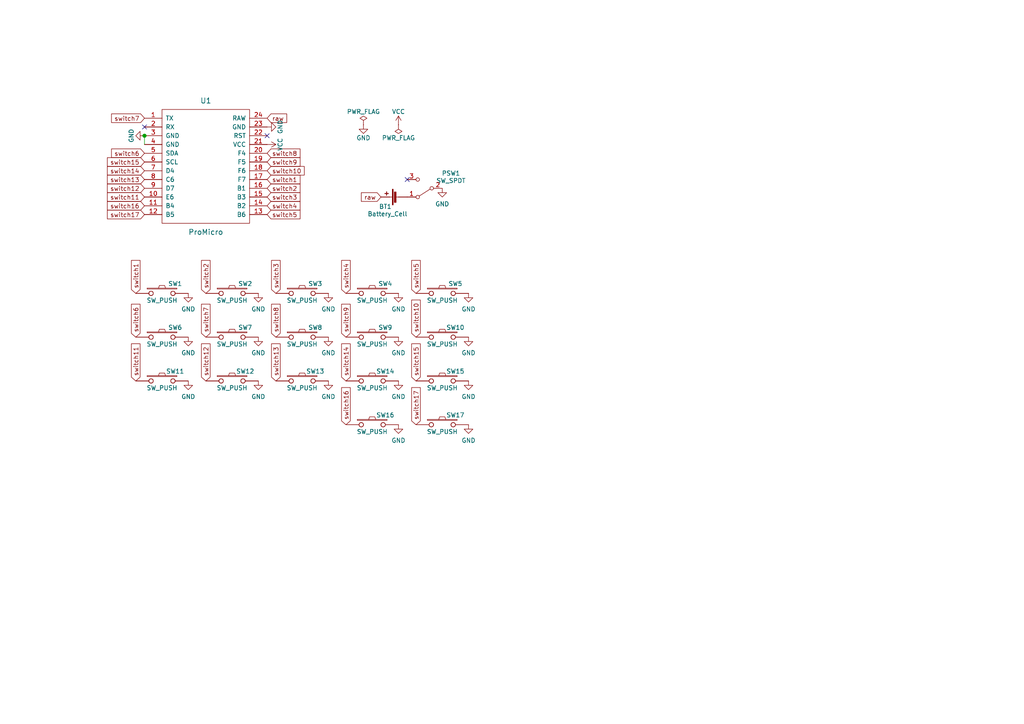
<source format=kicad_sch>
(kicad_sch (version 20211123) (generator eeschema)
  (paper "A4")
  (title_block (title "34") (date "2022-01-05") (rev "0.1") (company "<3"))
  (lib_symbols
    (symbol "Device:Battery_Cell" (pin_numbers hide) (pin_names (offset 0) hide)
      (property "Reference" "BT" (at 2.54 2.54 0))
      (property "Value" "Battery_Cell" (at 2.54 0 0))
      (symbol "Battery_Cell_0_1"
        (rectangle (start -2.286 1.778) (end 2.286 1.524) (fill (type outline)))
        (rectangle (start -1.5748 1.1938) (end 1.4732 0.6858) (fill (type outline)))
        (polyline (pts (xy 0 0.762) (xy 0 0)))
        (polyline (pts (xy 0 1.778) (xy 0 2.54)))
        (polyline (pts (xy 0.508 3.429) (xy 1.524 3.429)) (stroke (width 0.254)))
        (polyline (pts (xy 1.016 3.937) (xy 1.016 2.921)) (stroke (width 0.254)))
      )
      (symbol "Battery_Cell_1_1"
        (pin passive line (at 0 5.08 270) (length 2.54) (name "+") (number "1"))
        (pin passive line (at 0 -2.54 90) (length 2.54) (name "-") (number "2"))
      )
    )
    (symbol "Switch:SW_SPDT" (pin_names (offset 0) hide)
      (property "Reference" "SW" (at 0 4.318 0))
      (property "Value" "SW_SPDT" (at 0 -5.08 0))
      (symbol "SW_SPDT_0_0"
        (circle (center -2.032 0) (radius 0.508))
        (circle (center 2.032 -2.54) (radius 0.508))
      )
      (symbol "SW_SPDT_0_1"
        (polyline (pts (xy -1.524 0.254) (xy 1.651 2.286)))
        (circle (center 2.032 2.54) (radius 0.508))
      )
      (symbol "SW_SPDT_1_1"
        (pin passive line (at 5.08 2.54 180) (length 2.54) (name "A") (number "1"))
        (pin passive line (at -5.08 0 0) (length 2.54) (name "B") (number "2"))
        (pin passive line (at 5.08 -2.54 180) (length 2.54) (name "C") (number "3"))
      )
    )
    (symbol "bugs:ProMicro-kbd" (pin_names (offset 1.016))
      (property "Reference" "U" (at 0 24.13 0))
      (property "Value" "ProMicro-kbd" (at 0 -13.97 0))
      (symbol "ProMicro-kbd_0_1"
        (rectangle (start -12.7 21.59) (end 12.7 -11.43))
      )
      (symbol "ProMicro-kbd_1_1"
        (pin bidirectional line (at -17.78 19.05 0) (length 5.08) (name "TX") (number "1"))
        (pin bidirectional line (at -17.78 -3.81 0) (length 5.08) (name "E6") (number "10"))
        (pin bidirectional line (at -17.78 -6.35 0) (length 5.08) (name "B4") (number "11"))
        (pin bidirectional line (at -17.78 -8.89 0) (length 5.08) (name "B5") (number "12"))
        (pin bidirectional line (at 17.78 -8.89 180) (length 5.08) (name "B6") (number "13"))
        (pin bidirectional line (at 17.78 -6.35 180) (length 5.08) (name "B2") (number "14"))
        (pin bidirectional line (at 17.78 -3.81 180) (length 5.08) (name "B3") (number "15"))
        (pin bidirectional line (at 17.78 -1.27 180) (length 5.08) (name "B1") (number "16"))
        (pin bidirectional line (at 17.78 1.27 180) (length 5.08) (name "F7") (number "17"))
        (pin bidirectional line (at 17.78 3.81 180) (length 5.08) (name "F6") (number "18"))
        (pin bidirectional line (at 17.78 6.35 180) (length 5.08) (name "F5") (number "19"))
        (pin bidirectional line (at -17.78 16.51 0) (length 5.08) (name "RX") (number "2"))
        (pin bidirectional line (at 17.78 8.89 180) (length 5.08) (name "F4") (number "20"))
        (pin power_in line (at 17.78 11.43 180) (length 5.08) (name "VCC") (number "21"))
        (pin input line (at 17.78 13.97 180) (length 5.08) (name "RST") (number "22"))
        (pin power_in line (at 17.78 16.51 180) (length 5.08) (name "GND") (number "23"))
        (pin power_out line (at 17.78 19.05 180) (length 5.08) (name "RAW") (number "24"))
        (pin power_in line (at -17.78 13.97 0) (length 5.08) (name "GND") (number "3"))
        (pin power_in line (at -17.78 11.43 0) (length 5.08) (name "GND") (number "4"))
        (pin bidirectional line (at -17.78 8.89 0) (length 5.08) (name "SDA") (number "5"))
        (pin bidirectional line (at -17.78 6.35 0) (length 5.08) (name "SCL") (number "6"))
        (pin bidirectional line (at -17.78 3.81 0) (length 5.08) (name "D4") (number "7"))
        (pin bidirectional line (at -17.78 1.27 0) (length 5.08) (name "C6") (number "8"))
        (pin bidirectional line (at -17.78 -1.27 0) (length 5.08) (name "D7") (number "9"))
      )
    )
    (symbol "bugs:SW_PUSH-kbd" (pin_numbers hide) (pin_names (offset 1.016) hide)
      (property "Reference" "SW" (at 3.81 2.794 0))
      (property "Value" "SW_PUSH-kbd" (at 0 -2.032 0))
      (symbol "SW_PUSH-kbd_0_1"
        (rectangle (start -4.318 1.27) (end 4.318 1.524))
        (polyline (pts (xy -1.016 1.524) (xy -0.762 2.286) (xy 0.762 2.286) (xy 1.016 1.524)))
        (pin passive inverted (at -7.62 0 0) (length 5.08) (name "1") (number "1"))
        (pin passive inverted (at 7.62 0 180) (length 5.08) (name "2") (number "2"))
      )
    )
    (symbol "knott:SW_PUSH-kbd" (pin_numbers hide) (pin_names (offset 1.016) hide)
      (property "Reference" "SW" (at 3.81 2.794 0))
      (property "Value" "SW_PUSH-kbd" (at 0 -2.032 0))
      (symbol "SW_PUSH-kbd_0_1"
        (rectangle (start -4.318 1.27) (end 4.318 1.524))
        (polyline (pts (xy -1.016 1.524) (xy -0.762 2.286) (xy 0.762 2.286) (xy 1.016 1.524)))
        (pin passive inverted (at -7.62 0 0) (length 5.08) (name "1") (number "1"))
        (pin passive inverted (at 7.62 0 180) (length 5.08) (name "2") (number "2"))
      )
    )
    (symbol "power:GND" (power) (pin_names (offset 0))
      (property "Value" "GND" (at 0 -3.81 0))
      (symbol "GND_0_1"
        (polyline (pts (xy 0 0) (xy 0 -1.27) (xy 1.27 -1.27) (xy 0 -2.54) (xy -1.27 -1.27) (xy 0 -1.27)))
      )
      (symbol "GND_1_1"
        (pin power_in line (at 0 0 270) (length 0) hide (name "GND") (number "1"))
      )
    )
    (symbol "power:PWR_FLAG" (power) (pin_numbers hide) (pin_names (offset 0) hide)
      (property "Value" "PWR_FLAG" (at 0 3.81 0))
      (symbol "PWR_FLAG_0_0"
        (pin power_out line (at 0 0 90) (length 0) (name "pwr") (number "1"))
      )
      (symbol "PWR_FLAG_0_1"
        (polyline (pts (xy 0 0) (xy 0 1.27) (xy -1.016 1.905) (xy 0 2.54) (xy 1.016 1.905) (xy 0 1.27)))
      )
    )
    (symbol "power:VCC" (power) (pin_names (offset 0))
      (property "Value" "VCC" (at 0 3.81 0))
      (symbol "VCC_0_1"
        (polyline (pts (xy -0.762 1.27) (xy 0 2.54)))
        (polyline (pts (xy 0 0) (xy 0 2.54)))
        (polyline (pts (xy 0 2.54) (xy 0.762 1.27)))
      )
      (symbol "VCC_1_1"
        (pin power_in line (at 0 0 90) (length 0) hide (name "VCC") (number "1"))
      )
    )
  )
  (junction (at 41.91 39.37) (diameter 1.016))
  (no_connect (at 118.11 52.07))
  (no_connect (at 41.91 36.83))
  (no_connect (at 77.47 39.37))
  (wire (pts (xy 41.91 39.37) (xy 41.91 41.91)))
  (global_label "switch4" (shape input) (at 77.47 59.69 0) (property "Intersheet References" "${INTERSHEET_REFS}" (effects hide)))
  (global_label "switch11" (shape input) (at 39.37 110.49 90) (property "Intersheet References" "${INTERSHEET_REFS}" (effects hide)))
  (global_label "switch13" (shape input) (at 41.91 52.07 180) (property "Intersheet References" "${INTERSHEET_REFS}" (effects hide)))
  (global_label "switch14" (shape input) (at 41.91 49.53 180) (property "Intersheet References" "${INTERSHEET_REFS}" (effects hide)))
  (global_label "switch11" (shape input) (at 41.91 57.15 180) (property "Intersheet References" "${INTERSHEET_REFS}" (effects hide)))
  (global_label "switch12" (shape input) (at 59.69 110.49 90) (property "Intersheet References" "${INTERSHEET_REFS}" (effects hide)))
  (global_label "switch13" (shape input) (at 80.01 110.49 90) (property "Intersheet References" "${INTERSHEET_REFS}" (effects hide)))
  (global_label "switch7" (shape input) (at 59.69 97.79 90) (property "Intersheet References" "${INTERSHEET_REFS}" (effects hide)))
  (global_label "switch5" (shape input) (at 77.47 62.23 0) (property "Intersheet References" "${INTERSHEET_REFS}" (effects hide)))
  (global_label "raw" (shape input) (at 77.47 34.29 0) (property "Intersheet References" "${INTERSHEET_REFS}" (effects hide)))
  (global_label "switch2" (shape input) (at 77.47 54.61 0) (property "Intersheet References" "${INTERSHEET_REFS}" (effects hide)))
  (global_label "switch15" (shape input) (at 41.91 46.99 180) (property "Intersheet References" "${INTERSHEET_REFS}" (effects hide)))
  (global_label "switch7" (shape input) (at 41.91 34.29 180) (property "Intersheet References" "${INTERSHEET_REFS}" (effects hide)))
  (global_label "switch9" (shape input) (at 100.33 97.79 90) (property "Intersheet References" "${INTERSHEET_REFS}" (effects hide)))
  (global_label "switch6" (shape input) (at 41.91 44.45 180) (property "Intersheet References" "${INTERSHEET_REFS}" (effects hide)))
  (global_label "switch1" (shape input) (at 39.37 85.09 90) (property "Intersheet References" "${INTERSHEET_REFS}" (effects hide)))
  (global_label "switch14" (shape input) (at 100.33 110.49 90) (property "Intersheet References" "${INTERSHEET_REFS}" (effects hide)))
  (global_label "switch17" (shape input) (at 120.65 123.19 90) (property "Intersheet References" "${INTERSHEET_REFS}" (effects hide)))
  (global_label "switch3" (shape input) (at 80.01 85.09 90) (property "Intersheet References" "${INTERSHEET_REFS}" (effects hide)))
  (global_label "raw" (shape input) (at 110.49 57.15 180) (property "Intersheet References" "${INTERSHEET_REFS}" (effects hide)))
  (global_label "switch10" (shape input) (at 77.47 49.53 0) (property "Intersheet References" "${INTERSHEET_REFS}" (effects hide)))
  (global_label "switch8" (shape input) (at 80.01 97.79 90) (property "Intersheet References" "${INTERSHEET_REFS}" (effects hide)))
  (global_label "switch5" (shape input) (at 120.65 85.09 90) (property "Intersheet References" "${INTERSHEET_REFS}" (effects hide)))
  (global_label "switch15" (shape input) (at 120.65 110.49 90) (property "Intersheet References" "${INTERSHEET_REFS}" (effects hide)))
  (global_label "switch16" (shape input) (at 41.91 59.69 180) (property "Intersheet References" "${INTERSHEET_REFS}" (effects hide)))
  (global_label "switch3" (shape input) (at 77.47 57.15 0) (property "Intersheet References" "${INTERSHEET_REFS}" (effects hide)))
  (global_label "switch9" (shape input) (at 77.47 46.99 0) (property "Intersheet References" "${INTERSHEET_REFS}" (effects hide)))
  (global_label "switch2" (shape input) (at 59.69 85.09 90) (property "Intersheet References" "${INTERSHEET_REFS}" (effects hide)))
  (global_label "switch6" (shape input) (at 39.37 97.79 90) (property "Intersheet References" "${INTERSHEET_REFS}" (effects hide)))
  (global_label "switch8" (shape input) (at 77.47 44.45 0) (property "Intersheet References" "${INTERSHEET_REFS}" (effects hide)))
  (global_label "switch16" (shape input) (at 100.33 123.19 90) (property "Intersheet References" "${INTERSHEET_REFS}" (effects hide)))
  (global_label "switch12" (shape input) (at 41.91 54.61 180) (property "Intersheet References" "${INTERSHEET_REFS}" (effects hide)))
  (global_label "switch4" (shape input) (at 100.33 85.09 90) (property "Intersheet References" "${INTERSHEET_REFS}" (effects hide)))
  (global_label "switch10" (shape input) (at 120.65 97.79 90) (property "Intersheet References" "${INTERSHEET_REFS}" (effects hide)))
  (global_label "switch17" (shape input) (at 41.91 62.23 180) (property "Intersheet References" "${INTERSHEET_REFS}" (effects hide)))
  (global_label "switch1" (shape input) (at 77.47 52.07 0) (property "Intersheet References" "${INTERSHEET_REFS}" (effects hide)))
  (symbol (lib_id "bugs:ProMicro-kbd") (at 59.69 53.34 0) (unit 1)
    (property "Reference" "U1" (at 59.69 29.21 0) (effects (font (size 1.524 1.524))))
    (property "Value" "ProMicro" (at 59.69 67.31 0) (effects (font (size 1.524 1.524))))
    (property "Footprint" "jmnw:ProMicro_sing-rev" (effects hide))
  )
  (symbol (lib_id "bugs:SW_PUSH-kbd") (at 46.99 85.09 0) (unit 1)
    (property "Reference" "SW1" (at 50.8 82.296 0))
    (property "Value" "SW_PUSH" (at 46.99 87.122 0))
    (property "Footprint" "bugs:Choc_reversible" (effects hide))
  )
  (symbol (lib_id "knott:SW_PUSH-kbd") (at 67.31 85.09 0) (unit 1)
    (property "Reference" "SW2" (at 71.12 82.296 0))
    (property "Value" "SW_PUSH" (at 67.31 87.122 0))
    (property "Footprint" "bugs:Choc_reversible" (effects hide))
  )
  (symbol (lib_id "knott:SW_PUSH-kbd") (at 87.63 85.09 0) (unit 1)
    (property "Reference" "SW3" (at 91.44 82.296 0))
    (property "Value" "SW_PUSH" (at 87.63 87.122 0))
    (property "Footprint" "bugs:Choc_reversible" (effects hide))
  )
  (symbol (lib_id "knott:SW_PUSH-kbd") (at 107.95 85.09 0) (unit 1)
    (property "Reference" "SW4" (at 111.76 82.296 0))
    (property "Value" "SW_PUSH" (at 107.95 87.122 0))
    (property "Footprint" "bugs:Choc_reversible" (effects hide))
  )
  (symbol (lib_id "knott:SW_PUSH-kbd") (at 128.27 85.09 0) (unit 1)
    (property "Reference" "SW5" (at 132.08 82.296 0))
    (property "Value" "SW_PUSH" (at 128.27 87.122 0))
    (property "Footprint" "bugs:Choc_reversible" (effects hide))
  )
  (symbol (lib_id "knott:SW_PUSH-kbd") (at 46.99 97.79 0) (unit 1)
    (property "Reference" "SW6" (at 50.8 94.996 0))
    (property "Value" "SW_PUSH" (at 46.99 99.822 0))
    (property "Footprint" "bugs:Choc_reversible" (effects hide))
  )
  (symbol (lib_id "knott:SW_PUSH-kbd") (at 67.31 97.79 0) (unit 1)
    (property "Reference" "SW7" (at 71.12 94.996 0))
    (property "Value" "SW_PUSH" (at 67.31 99.822 0))
    (property "Footprint" "bugs:Choc_reversible" (effects hide))
  )
  (symbol (lib_id "knott:SW_PUSH-kbd") (at 87.63 97.79 0) (unit 1)
    (property "Reference" "SW8" (at 91.44 94.996 0))
    (property "Value" "SW_PUSH" (at 87.63 99.822 0))
    (property "Footprint" "bugs:Choc_reversible" (effects hide))
  )
  (symbol (lib_id "knott:SW_PUSH-kbd") (at 107.95 97.79 0) (unit 1)
    (property "Reference" "SW9" (at 111.76 94.996 0))
    (property "Value" "SW_PUSH" (at 107.95 99.822 0))
    (property "Footprint" "bugs:Choc_reversible" (effects hide))
  )
  (symbol (lib_id "knott:SW_PUSH-kbd") (at 128.27 97.79 0) (unit 1)
    (property "Reference" "SW10" (at 132.08 94.996 0))
    (property "Value" "SW_PUSH" (at 128.27 99.822 0))
    (property "Footprint" "bugs:Choc_reversible" (effects hide))
  )
  (symbol (lib_id "knott:SW_PUSH-kbd") (at 46.99 110.49 0) (unit 1)
    (property "Reference" "SW11" (at 50.8 107.696 0))
    (property "Value" "SW_PUSH" (at 46.99 112.522 0))
    (property "Footprint" "bugs:Choc_reversible" (effects hide))
  )
  (symbol (lib_id "knott:SW_PUSH-kbd") (at 67.31 110.49 0) (unit 1)
    (property "Reference" "SW12" (at 71.12 107.696 0))
    (property "Value" "SW_PUSH" (at 67.31 112.522 0))
    (property "Footprint" "bugs:Choc_reversible" (effects hide))
  )
  (symbol (lib_id "knott:SW_PUSH-kbd") (at 87.63 110.49 0) (unit 1)
    (property "Reference" "SW13" (at 91.44 107.696 0))
    (property "Value" "SW_PUSH" (at 87.63 112.522 0))
    (property "Footprint" "bugs:Choc_reversible" (effects hide))
  )
  (symbol (lib_id "knott:SW_PUSH-kbd") (at 107.95 110.49 0) (unit 1)
    (property "Reference" "SW14" (at 111.76 107.696 0))
    (property "Value" "SW_PUSH" (at 107.95 112.522 0))
    (property "Footprint" "bugs:Choc_reversible" (effects hide))
  )
  (symbol (lib_id "knott:SW_PUSH-kbd") (at 128.27 123.19 0) (unit 1)
    (property "Reference" "SW17" (at 132.08 120.396 0))
    (property "Value" "SW_PUSH" (at 128.27 125.222 0))
    (property "Footprint" "bugs:Choc_reversible" (effects hide))
  )
  (symbol (lib_id "power:GND") (at 77.47 36.83 90) (unit 1)
    (property "Reference" "#PWR01" (effects hide))
    (property "Value" "GND" (at 81.28 36.83 0))
  )
  (symbol (lib_id "power:VCC") (at 77.47 41.91 270) (unit 1)
    (property "Reference" "#PWR023" (effects hide))
    (property "Value" "VCC" (at 81.28 41.91 0))
  )
  (symbol (lib_id "power:GND") (at 41.91 39.37 270) (unit 1)
    (property "Reference" "#PWR02" (effects hide))
    (property "Value" "GND" (at 38.1 39.37 0))
  )
  (symbol (lib_id "power:GND") (at 105.41 36.195 0) (unit 1)
    (property "Reference" "#PWR03" (effects hide))
    (property "Value" "GND" (at 105.41 40.005 0))
  )
  (symbol (lib_id "power:VCC") (at 115.57 36.195 0) (unit 1)
    (property "Reference" "#PWR04" (effects hide))
    (property "Value" "VCC" (at 115.57 32.385 0))
  )
  (symbol (lib_id "power:PWR_FLAG") (at 115.57 36.195 180) (unit 1)
    (property "Reference" "#FLG05" (effects hide))
    (property "Value" "PWR_FLAG" (at 115.57 40.005 0))
  )
  (symbol (lib_id "power:PWR_FLAG") (at 105.41 36.195 0) (unit 1)
    (property "Reference" "#FLG06" (effects hide))
    (property "Value" "PWR_FLAG" (at 105.41 32.385 0))
  )
  (symbol (lib_id "Switch:SW_SPDT") (at 123.19 54.61 180) (unit 1)
    (property "Reference" "PSW1" (at 130.81 50.2624 0))
    (property "Value" "SW_SPDT" (at 130.81 52.4025 0))
    (property "Footprint" "bugs:Power_reversible" (effects hide))
  )
  (symbol (lib_id "power:GND") (at 115.57 110.49 0) (unit 1)
    (property "Reference" "#PWR0112" (effects hide))
    (property "Value" "GND" (at 115.57 115.0526 0))
  )
  (symbol (lib_id "power:GND") (at 74.93 97.79 0) (unit 1)
    (property "Reference" "#PWR0103" (effects hide))
    (property "Value" "GND" (at 74.93 102.3526 0))
  )
  (symbol (lib_id "power:GND") (at 135.89 123.19 0) (unit 1)
    (property "Reference" "#PWR0113" (effects hide))
    (property "Value" "GND" (at 135.89 127.7526 0))
  )
  (symbol (lib_id "power:GND") (at 95.25 110.49 0) (unit 1)
    (property "Reference" "#PWR0115" (effects hide))
    (property "Value" "GND" (at 95.25 115.0526 0))
  )
  (symbol (lib_id "power:GND") (at 115.57 123.19 0) (unit 1)
    (property "Reference" "#PWR0106" (effects hide))
    (property "Value" "GND" (at 115.57 127.7526 0))
  )
  (symbol (lib_id "knott:SW_PUSH-kbd") (at 107.95 123.19 0) (unit 1)
    (property "Reference" "SW16" (at 111.76 120.396 0))
    (property "Value" "SW_PUSH" (at 107.95 125.222 0))
    (property "Footprint" "bugs:Choc_reversible" (effects hide))
  )
  (symbol (lib_id "power:GND") (at 95.25 97.79 0) (unit 1)
    (property "Reference" "#PWR0117" (effects hide))
    (property "Value" "GND" (at 95.25 102.3526 0))
  )
  (symbol (lib_id "power:GND") (at 54.61 85.09 0) (unit 1)
    (property "Reference" "#PWR0105" (effects hide))
    (property "Value" "GND" (at 54.61 89.6526 0))
  )
  (symbol (lib_id "power:GND") (at 74.93 110.49 0) (unit 1)
    (property "Reference" "#PWR0116" (effects hide))
    (property "Value" "GND" (at 74.93 115.0526 0))
  )
  (symbol (lib_id "power:GND") (at 128.27 54.61 0) (unit 1)
    (property "Reference" "#PWR0101" (effects hide))
    (property "Value" "GND" (at 128.27 59.1726 0))
  )
  (symbol (lib_id "power:GND") (at 54.61 97.79 0) (unit 1)
    (property "Reference" "#PWR0107" (effects hide))
    (property "Value" "GND" (at 54.61 102.3526 0))
  )
  (symbol (lib_id "power:GND") (at 115.57 97.79 0) (unit 1)
    (property "Reference" "#PWR0109" (effects hide))
    (property "Value" "GND" (at 115.57 102.3526 0))
  )
  (symbol (lib_id "power:GND") (at 54.61 110.49 0) (unit 1)
    (property "Reference" "#PWR0102" (effects hide))
    (property "Value" "GND" (at 54.61 115.0526 0))
  )
  (symbol (lib_id "knott:SW_PUSH-kbd") (at 128.27 110.49 0) (unit 1)
    (property "Reference" "SW15" (at 132.08 107.696 0))
    (property "Value" "SW_PUSH" (at 128.27 112.522 0))
    (property "Footprint" "bugs:Choc_reversible" (effects hide))
  )
  (symbol (lib_id "power:GND") (at 74.93 85.09 0) (unit 1)
    (property "Reference" "#PWR0104" (effects hide))
    (property "Value" "GND" (at 74.93 89.6526 0))
  )
  (symbol (lib_id "power:GND") (at 135.89 110.49 0) (unit 1)
    (property "Reference" "#PWR0118" (effects hide))
    (property "Value" "GND" (at 135.89 115.0526 0))
  )
  (symbol (lib_id "power:GND") (at 115.57 85.09 0) (unit 1)
    (property "Reference" "#PWR0108" (effects hide))
    (property "Value" "GND" (at 115.57 89.6526 0))
  )
  (symbol (lib_id "Device:Battery_Cell") (at 115.57 57.15 90) (unit 1)
    (property "Reference" "BT1" (at 111.76 59.9144 90))
    (property "Value" "Battery_Cell" (at 112.395 62.0545 90))
    (property "Footprint" "bugs:Battery_pads_reversible" (effects hide))
  )
  (symbol (lib_id "power:GND") (at 135.89 85.09 0) (unit 1)
    (property "Reference" "#PWR0110" (effects hide))
    (property "Value" "GND" (at 135.89 89.6526 0))
  )
  (symbol (lib_id "power:GND") (at 95.25 85.09 0) (unit 1)
    (property "Reference" "#PWR0114" (effects hide))
    (property "Value" "GND" (at 95.25 89.6526 0))
  )
  (symbol (lib_id "power:GND") (at 135.89 97.79 0) (unit 1)
    (property "Reference" "#PWR0111" (effects hide))
    (property "Value" "GND" (at 135.89 102.3526 0))
  )
)
</source>
